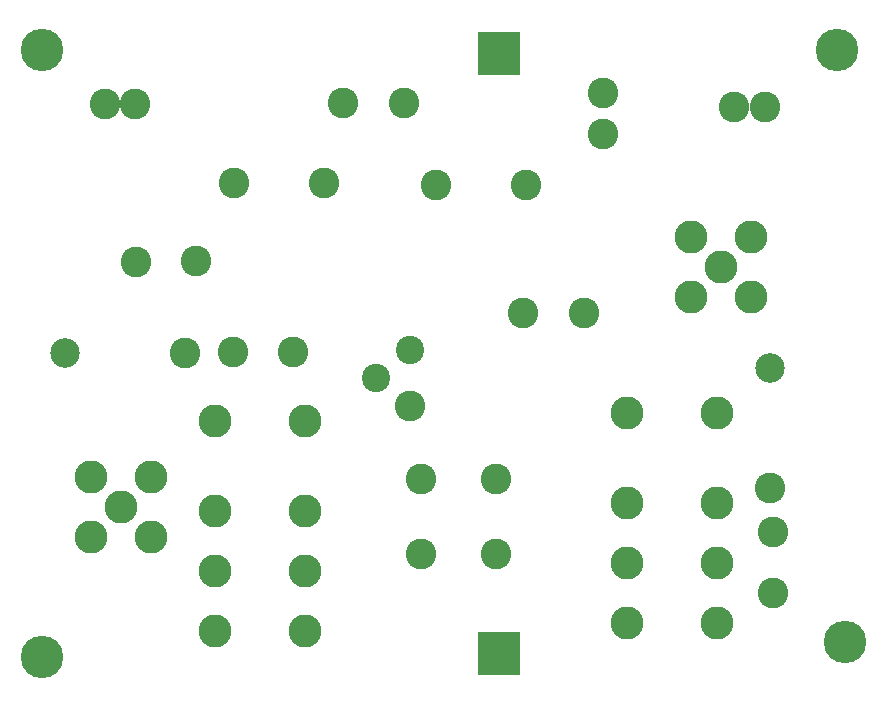
<source format=gbr>
%FSLAX34Y34*%
%MOMM*%
%LNSOLDERMASK_BOTTOM*%
G71*
G01*
%ADD10C,2.600*%
%ADD11C,2.400*%
%ADD12C,2.800*%
%ADD13C,2.600*%
%ADD14C,3.600*%
%ADD15C,2.500*%
%LPD*%
X-304800Y6350D02*
G54D10*
D03*
X-355780Y6238D02*
G54D10*
D03*
X-129104Y140570D02*
G54D10*
D03*
X-180084Y140457D02*
G54D10*
D03*
X150975Y137425D02*
G54D10*
D03*
X176475Y137425D02*
G54D10*
D03*
X-123800Y-68350D02*
G54D11*
D03*
X-152400Y-92275D02*
G54D11*
D03*
X-123765Y-116241D02*
G54D11*
D03*
X-393700Y-176200D02*
G54D12*
D03*
X-342900Y-176200D02*
G54D12*
D03*
X-368300Y-201600D02*
G54D12*
D03*
X-342900Y-227000D02*
G54D12*
D03*
X-393700Y-227000D02*
G54D12*
D03*
X-273050Y72390D02*
G54D10*
D03*
X-196850Y72390D02*
G54D10*
D03*
X39756Y114206D02*
G54D10*
D03*
X39756Y149306D02*
G54D10*
D03*
X-114300Y-177800D02*
G54D10*
D03*
X-50800Y-177800D02*
G54D10*
D03*
X-50800Y-241300D02*
G54D10*
D03*
X-114300Y-241300D02*
G54D10*
D03*
X-212700Y-128551D02*
G54D13*
D03*
X-114300Y-241300D02*
G54D13*
D03*
X-50800Y-241300D02*
G54D13*
D03*
G36*
X-66227Y200398D02*
X-30227Y200398D01*
X-30227Y164398D01*
X-66227Y164398D01*
X-66227Y200398D01*
G37*
G36*
X-66227Y-307602D02*
X-30227Y-307602D01*
X-30227Y-343602D01*
X-66227Y-343602D01*
X-66227Y-307602D01*
G37*
X-434950Y-328700D02*
G54D14*
D03*
X-434950Y185650D02*
G54D14*
D03*
X238150Y185650D02*
G54D14*
D03*
X244500Y-316000D02*
G54D14*
D03*
X-288900Y-128551D02*
G54D12*
D03*
X-212700Y-128551D02*
G54D12*
D03*
X-288900Y-204751D02*
G54D12*
D03*
X-288900Y-255551D02*
G54D12*
D03*
X-288900Y-306351D02*
G54D12*
D03*
X-212700Y-204751D02*
G54D12*
D03*
X-212700Y-255551D02*
G54D12*
D03*
X-212700Y-306351D02*
G54D12*
D03*
X-314300Y-71400D02*
G54D15*
D03*
X-415900Y-71400D02*
G54D15*
D03*
X-222390Y-70575D02*
G54D10*
D03*
X-273370Y-70687D02*
G54D10*
D03*
X-314300Y-71400D02*
G54D10*
D03*
X-314300Y-71400D02*
G54D13*
D03*
X-222390Y-70575D02*
G54D13*
D03*
X114300Y27000D02*
G54D12*
D03*
X165100Y27000D02*
G54D12*
D03*
X139700Y1600D02*
G54D12*
D03*
X165100Y-23800D02*
G54D12*
D03*
X114300Y-23800D02*
G54D12*
D03*
X60350Y-122201D02*
G54D12*
D03*
X136550Y-122201D02*
G54D12*
D03*
X60350Y-198401D02*
G54D12*
D03*
X60350Y-249201D02*
G54D12*
D03*
X60350Y-300001D02*
G54D12*
D03*
X136550Y-198401D02*
G54D12*
D03*
X136550Y-249201D02*
G54D12*
D03*
X136550Y-300001D02*
G54D12*
D03*
X181000Y-185700D02*
G54D15*
D03*
X181000Y-84100D02*
G54D15*
D03*
X183958Y-274093D02*
G54D10*
D03*
X183846Y-223112D02*
G54D10*
D03*
X-381791Y139922D02*
G54D10*
D03*
X-356291Y139922D02*
G54D10*
D03*
X181000Y-185700D02*
G54D13*
D03*
X183958Y-274093D02*
G54D13*
D03*
X39756Y114206D02*
G54D13*
D03*
X136550Y-122201D02*
G54D13*
D03*
X-101600Y71120D02*
G54D10*
D03*
X-25400Y71120D02*
G54D10*
D03*
X23297Y-37230D02*
G54D10*
D03*
X-27684Y-37343D02*
G54D10*
D03*
X-123765Y-116241D02*
G54D13*
D03*
X-180084Y140457D02*
G54D13*
D03*
X-196850Y72390D02*
G54D13*
D03*
M02*

</source>
